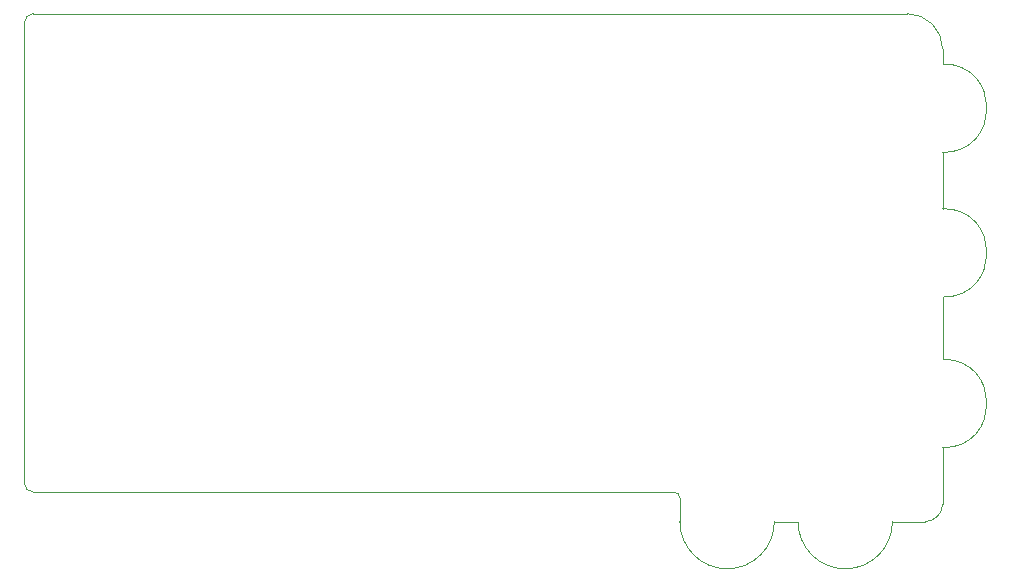
<source format=gbr>
%TF.GenerationSoftware,KiCad,Pcbnew,(5.1.6)-1*%
%TF.CreationDate,2021-03-31T23:30:28+02:00*%
%TF.ProjectId,DRIVER_8323_based,44524956-4552-45f3-9833-32335f626173,rev?*%
%TF.SameCoordinates,Original*%
%TF.FileFunction,Profile,NP*%
%FSLAX46Y46*%
G04 Gerber Fmt 4.6, Leading zero omitted, Abs format (unit mm)*
G04 Created by KiCad (PCBNEW (5.1.6)-1) date 2021-03-31 23:30:29*
%MOMM*%
%LPD*%
G01*
G04 APERTURE LIST*
%TA.AperFunction,Profile*%
%ADD10C,0.050000*%
%TD*%
G04 APERTURE END LIST*
D10*
X136250000Y-82750000D02*
G75*
G02*
X136750000Y-83250000I0J-500000D01*
G01*
X82000000Y-82750000D02*
G75*
G02*
X81250000Y-82000000I0J750000D01*
G01*
X81250000Y-43000000D02*
G75*
G02*
X82000000Y-42250000I750000J0D01*
G01*
X159000000Y-83750000D02*
G75*
G02*
X157500000Y-85250000I-1500000J0D01*
G01*
X159000000Y-83750000D02*
X159000000Y-79000000D01*
X144750000Y-85250000D02*
X146750000Y-85250000D01*
X144750000Y-85250000D02*
G75*
G02*
X140750000Y-89250000I-4000000J0D01*
G01*
X150750000Y-89250000D02*
G75*
G02*
X146750000Y-85250000I0J4000000D01*
G01*
X140750000Y-89250000D02*
G75*
G02*
X136750000Y-85250000I0J4000000D01*
G01*
X154750000Y-85250000D02*
X157500000Y-85250000D01*
X154750000Y-85250000D02*
G75*
G02*
X150750000Y-89250000I-4000000J0D01*
G01*
X156000000Y-42250000D02*
G75*
G02*
X159000000Y-45250000I0J-3000000D01*
G01*
X159000000Y-46500000D02*
X159000000Y-45250000D01*
X159000000Y-58750000D02*
X159000000Y-54000000D01*
X159000000Y-71500000D02*
X159000000Y-66250000D01*
X159000000Y-71500000D02*
G75*
G02*
X159000000Y-79000000I0J-3750000D01*
G01*
X159000000Y-58750000D02*
G75*
G02*
X159000000Y-66250000I0J-3750000D01*
G01*
X159000000Y-46500000D02*
G75*
G02*
X159000000Y-54000000I0J-3750000D01*
G01*
X136750000Y-83250000D02*
X136750000Y-85250000D01*
X82000000Y-82750000D02*
X136250000Y-82750000D01*
X81250000Y-43000000D02*
X81250000Y-82000000D01*
X156000000Y-42250000D02*
X82000000Y-42250000D01*
M02*

</source>
